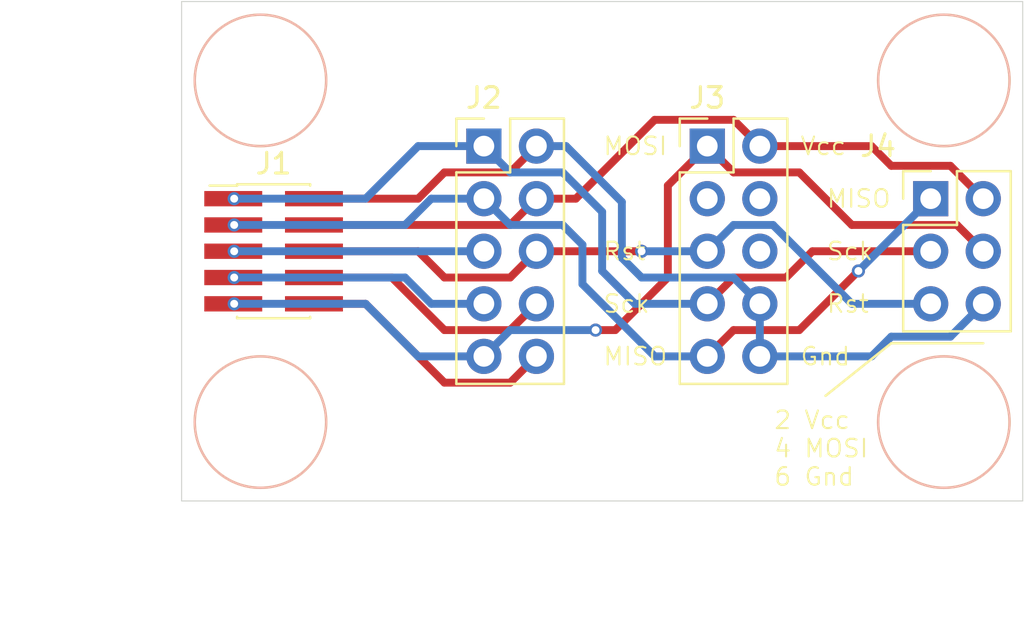
<source format=kicad_pcb>
(kicad_pcb (version 20171130) (host pcbnew "(5.1.5)-3")

  (general
    (thickness 1.6)
    (drawings 21)
    (tracks 97)
    (zones 0)
    (modules 8)
    (nets 11)
  )

  (page A4)
  (layers
    (0 F.Cu signal)
    (31 B.Cu signal)
    (32 B.Adhes user)
    (33 F.Adhes user)
    (34 B.Paste user)
    (35 F.Paste user)
    (36 B.SilkS user)
    (37 F.SilkS user)
    (38 B.Mask user)
    (39 F.Mask user)
    (40 Dwgs.User user)
    (41 Cmts.User user)
    (42 Eco1.User user)
    (43 Eco2.User user)
    (44 Edge.Cuts user)
    (45 Margin user)
    (46 B.CrtYd user)
    (47 F.CrtYd user)
    (48 B.Fab user hide)
    (49 F.Fab user hide)
  )

  (setup
    (last_trace_width 0.25)
    (user_trace_width 0.254)
    (user_trace_width 0.381)
    (trace_clearance 0.2)
    (zone_clearance 0.508)
    (zone_45_only no)
    (trace_min 0.2)
    (via_size 0.8)
    (via_drill 0.4)
    (via_min_size 0.4)
    (via_min_drill 0.3)
    (user_via 0.635 0.381)
    (uvia_size 0.3)
    (uvia_drill 0.1)
    (uvias_allowed no)
    (uvia_min_size 0.2)
    (uvia_min_drill 0.1)
    (edge_width 0.05)
    (segment_width 0.2)
    (pcb_text_width 0.3)
    (pcb_text_size 1.5 1.5)
    (mod_edge_width 0.12)
    (mod_text_size 1 1)
    (mod_text_width 0.15)
    (pad_size 1.524 1.524)
    (pad_drill 0.762)
    (pad_to_mask_clearance 0.051)
    (solder_mask_min_width 0.25)
    (aux_axis_origin 0 0)
    (grid_origin 135.255 102.87)
    (visible_elements 7FFFFFFF)
    (pcbplotparams
      (layerselection 0x010fc_ffffffff)
      (usegerberextensions false)
      (usegerberattributes false)
      (usegerberadvancedattributes false)
      (creategerberjobfile false)
      (excludeedgelayer true)
      (linewidth 0.100000)
      (plotframeref false)
      (viasonmask false)
      (mode 1)
      (useauxorigin false)
      (hpglpennumber 1)
      (hpglpenspeed 20)
      (hpglpendiameter 15.000000)
      (psnegative false)
      (psa4output false)
      (plotreference true)
      (plotvalue true)
      (plotinvisibletext false)
      (padsonsilk false)
      (subtractmaskfromsilk false)
      (outputformat 1)
      (mirror false)
      (drillshape 0)
      (scaleselection 1)
      (outputdirectory ""))
  )

  (net 0 "")
  (net 1 /P10)
  (net 2 /MOSI)
  (net 3 /P8)
  (net 4 /P7)
  (net 5 /Reset)
  (net 6 /P5)
  (net 7 /Vcc)
  (net 8 /MISO)
  (net 9 /Gnd)
  (net 10 /SCK)

  (net_class Default "This is the default net class."
    (clearance 0.2)
    (trace_width 0.25)
    (via_dia 0.8)
    (via_drill 0.4)
    (uvia_dia 0.3)
    (uvia_drill 0.1)
    (add_net /Gnd)
    (add_net /MISO)
    (add_net /MOSI)
    (add_net /P10)
    (add_net /P5)
    (add_net /P7)
    (add_net /P8)
    (add_net /Reset)
    (add_net /SCK)
    (add_net /Vcc)
  )

  (module 0MiscParts:PinHeader_2x05_P1.27mm_Vertical_SMD_Samtec (layer F.Cu) (tedit 5FBA4DF6) (tstamp 5FB99A85)
    (at 139.7 90.805)
    (descr "surface-mounted straight pin header, 2x05, 1.27mm pitch, double rows")
    (tags "Surface mounted pin header SMD 2x05 1.27mm double row")
    (path /5FE7D8EA)
    (attr smd)
    (fp_text reference J1 (at 0 -4.235) (layer F.SilkS)
      (effects (font (size 1 1) (thickness 0.15)))
    )
    (fp_text value Conn_02x05_Odd_Even (at 0 4.235) (layer F.Fab)
      (effects (font (size 1 1) (thickness 0.15)))
    )
    (fp_text user %R (at 0 0 90) (layer F.Fab)
      (effects (font (size 1 1) (thickness 0.15)))
    )
    (fp_line (start 4.3 -3.7) (end -4.3 -3.7) (layer F.CrtYd) (width 0.05))
    (fp_line (start 4.3 3.7) (end 4.3 -3.7) (layer F.CrtYd) (width 0.05))
    (fp_line (start -4.3 3.7) (end 4.3 3.7) (layer F.CrtYd) (width 0.05))
    (fp_line (start -4.3 -3.7) (end -4.3 3.7) (layer F.CrtYd) (width 0.05))
    (fp_line (start 1.765 3.17) (end 1.765 3.235) (layer F.SilkS) (width 0.12))
    (fp_line (start -1.765 3.17) (end -1.765 3.235) (layer F.SilkS) (width 0.12))
    (fp_line (start 1.765 -3.235) (end 1.765 -3.17) (layer F.SilkS) (width 0.12))
    (fp_line (start -1.765 -3.235) (end -1.765 -3.17) (layer F.SilkS) (width 0.12))
    (fp_line (start -3.09 -3.17) (end -1.765 -3.17) (layer F.SilkS) (width 0.12))
    (fp_line (start -1.765 3.235) (end 1.765 3.235) (layer F.SilkS) (width 0.12))
    (fp_line (start -1.765 -3.235) (end 1.765 -3.235) (layer F.SilkS) (width 0.12))
    (fp_line (start 2.75 2.74) (end 1.705 2.74) (layer F.Fab) (width 0.1))
    (fp_line (start 2.75 2.34) (end 2.75 2.74) (layer F.Fab) (width 0.1))
    (fp_line (start 1.705 2.34) (end 2.75 2.34) (layer F.Fab) (width 0.1))
    (fp_line (start -2.75 2.74) (end -1.705 2.74) (layer F.Fab) (width 0.1))
    (fp_line (start -2.75 2.34) (end -2.75 2.74) (layer F.Fab) (width 0.1))
    (fp_line (start -1.705 2.34) (end -2.75 2.34) (layer F.Fab) (width 0.1))
    (fp_line (start 2.75 1.47) (end 1.705 1.47) (layer F.Fab) (width 0.1))
    (fp_line (start 2.75 1.07) (end 2.75 1.47) (layer F.Fab) (width 0.1))
    (fp_line (start 1.705 1.07) (end 2.75 1.07) (layer F.Fab) (width 0.1))
    (fp_line (start -2.75 1.47) (end -1.705 1.47) (layer F.Fab) (width 0.1))
    (fp_line (start -2.75 1.07) (end -2.75 1.47) (layer F.Fab) (width 0.1))
    (fp_line (start -1.705 1.07) (end -2.75 1.07) (layer F.Fab) (width 0.1))
    (fp_line (start 2.75 0.2) (end 1.705 0.2) (layer F.Fab) (width 0.1))
    (fp_line (start 2.75 -0.2) (end 2.75 0.2) (layer F.Fab) (width 0.1))
    (fp_line (start 1.705 -0.2) (end 2.75 -0.2) (layer F.Fab) (width 0.1))
    (fp_line (start -2.75 0.2) (end -1.705 0.2) (layer F.Fab) (width 0.1))
    (fp_line (start -2.75 -0.2) (end -2.75 0.2) (layer F.Fab) (width 0.1))
    (fp_line (start -1.705 -0.2) (end -2.75 -0.2) (layer F.Fab) (width 0.1))
    (fp_line (start 2.75 -1.07) (end 1.705 -1.07) (layer F.Fab) (width 0.1))
    (fp_line (start 2.75 -1.47) (end 2.75 -1.07) (layer F.Fab) (width 0.1))
    (fp_line (start 1.705 -1.47) (end 2.75 -1.47) (layer F.Fab) (width 0.1))
    (fp_line (start -2.75 -1.07) (end -1.705 -1.07) (layer F.Fab) (width 0.1))
    (fp_line (start -2.75 -1.47) (end -2.75 -1.07) (layer F.Fab) (width 0.1))
    (fp_line (start -1.705 -1.47) (end -2.75 -1.47) (layer F.Fab) (width 0.1))
    (fp_line (start 2.75 -2.34) (end 1.705 -2.34) (layer F.Fab) (width 0.1))
    (fp_line (start 2.75 -2.74) (end 2.75 -2.34) (layer F.Fab) (width 0.1))
    (fp_line (start 1.705 -2.74) (end 2.75 -2.74) (layer F.Fab) (width 0.1))
    (fp_line (start -2.75 -2.34) (end -1.705 -2.34) (layer F.Fab) (width 0.1))
    (fp_line (start -2.75 -2.74) (end -2.75 -2.34) (layer F.Fab) (width 0.1))
    (fp_line (start -1.705 -2.74) (end -2.75 -2.74) (layer F.Fab) (width 0.1))
    (fp_line (start 1.705 -3.175) (end 1.705 3.175) (layer F.Fab) (width 0.1))
    (fp_line (start -1.705 -2.74) (end -1.27 -3.175) (layer F.Fab) (width 0.1))
    (fp_line (start -1.705 3.175) (end -1.705 -2.74) (layer F.Fab) (width 0.1))
    (fp_line (start -1.27 -3.175) (end 1.705 -3.175) (layer F.Fab) (width 0.1))
    (fp_line (start 1.705 3.175) (end -1.705 3.175) (layer F.Fab) (width 0.1))
    (pad 10 smd rect (at 1.95 2.54) (size 2.8 0.74) (layers F.Cu F.Paste F.Mask)
      (net 1 /P10))
    (pad 9 smd rect (at -1.95 2.54) (size 2.8 0.74) (layers F.Cu F.Paste F.Mask)
      (net 2 /MOSI))
    (pad 8 smd rect (at 1.95 1.27) (size 2.8 0.74) (layers F.Cu F.Paste F.Mask)
      (net 3 /P8))
    (pad 7 smd rect (at -1.95 1.27) (size 2.8 0.74) (layers F.Cu F.Paste F.Mask)
      (net 4 /P7))
    (pad 6 smd rect (at 1.95 0) (size 2.8 0.74) (layers F.Cu F.Paste F.Mask)
      (net 5 /Reset))
    (pad 5 smd rect (at -1.95 0) (size 2.8 0.74) (layers F.Cu F.Paste F.Mask)
      (net 6 /P5))
    (pad 4 smd rect (at 1.95 -1.27) (size 2.8 0.74) (layers F.Cu F.Paste F.Mask)
      (net 7 /Vcc))
    (pad 3 smd rect (at -1.95 -1.27) (size 2.8 0.74) (layers F.Cu F.Paste F.Mask)
      (net 8 /MISO))
    (pad 2 smd rect (at 1.95 -2.54) (size 2.8 0.74) (layers F.Cu F.Paste F.Mask)
      (net 9 /Gnd))
    (pad 1 smd rect (at -1.95 -2.54) (size 2.8 0.74) (layers F.Cu F.Paste F.Mask)
      (net 10 /SCK))
    (model ${KISYS3DMOD}/Connector_PinHeader_1.27mm.3dshapes/PinHeader_2x05_P1.27mm_Vertical_SMD.wrl
      (at (xyz 0 0 0))
      (scale (xyz 1 1 1))
      (rotate (xyz 0 0 0))
    )
  )

  (module "0MiscParts:MountingHole _1-8_1-4" (layer F.Cu) (tedit 5E4292CA) (tstamp 5FB9A16E)
    (at 172.085 82.55)
    (path /5FE929D1)
    (fp_text reference H4 (at 0 2.032) (layer F.Fab)
      (effects (font (size 1 1) (thickness 0.15)))
    )
    (fp_text value MountingHole (at 0 -2.032) (layer F.Fab)
      (effects (font (size 1 1) (thickness 0.15)))
    )
    (fp_circle (center 0 0) (end 3.175 0) (layer B.SilkS) (width 0.12))
    (fp_circle (center 0 0) (end 3.175 0) (layer F.SilkS) (width 0.12))
    (pad "" np_thru_hole circle (at 0 0) (size 3.175 3.175) (drill 3.175) (layers *.Cu *.Mask))
  )

  (module "0MiscParts:MountingHole _1-8_1-4" (layer F.Cu) (tedit 5E4292CA) (tstamp 5FB9A167)
    (at 172.085 99.06)
    (path /5FE9273C)
    (fp_text reference H3 (at 0 2.032) (layer F.Fab)
      (effects (font (size 1 1) (thickness 0.15)))
    )
    (fp_text value MountingHole (at 0 -2.032) (layer F.Fab)
      (effects (font (size 1 1) (thickness 0.15)))
    )
    (fp_circle (center 0 0) (end 3.175 0) (layer B.SilkS) (width 0.12))
    (fp_circle (center 0 0) (end 3.175 0) (layer F.SilkS) (width 0.12))
    (pad "" np_thru_hole circle (at 0 0) (size 3.175 3.175) (drill 3.175) (layers *.Cu *.Mask))
  )

  (module Connector_PinHeader_2.54mm:PinHeader_2x03_P2.54mm_Vertical (layer F.Cu) (tedit 59FED5CC) (tstamp 5FB9992E)
    (at 171.45 88.265)
    (descr "Through hole straight pin header, 2x03, 2.54mm pitch, double rows")
    (tags "Through hole pin header THT 2x03 2.54mm double row")
    (path /5FE8127F)
    (fp_text reference J4 (at -2.54 -2.54) (layer F.SilkS)
      (effects (font (size 1 1) (thickness 0.15)))
    )
    (fp_text value Conn_02x03_Odd_Even (at 1.27 7.41) (layer F.Fab)
      (effects (font (size 1 1) (thickness 0.15)))
    )
    (fp_text user %R (at 1.27 2.54 90) (layer F.Fab)
      (effects (font (size 1 1) (thickness 0.15)))
    )
    (fp_line (start 4.35 -1.8) (end -1.8 -1.8) (layer F.CrtYd) (width 0.05))
    (fp_line (start 4.35 6.85) (end 4.35 -1.8) (layer F.CrtYd) (width 0.05))
    (fp_line (start -1.8 6.85) (end 4.35 6.85) (layer F.CrtYd) (width 0.05))
    (fp_line (start -1.8 -1.8) (end -1.8 6.85) (layer F.CrtYd) (width 0.05))
    (fp_line (start -1.33 -1.33) (end 0 -1.33) (layer F.SilkS) (width 0.12))
    (fp_line (start -1.33 0) (end -1.33 -1.33) (layer F.SilkS) (width 0.12))
    (fp_line (start 1.27 -1.33) (end 3.87 -1.33) (layer F.SilkS) (width 0.12))
    (fp_line (start 1.27 1.27) (end 1.27 -1.33) (layer F.SilkS) (width 0.12))
    (fp_line (start -1.33 1.27) (end 1.27 1.27) (layer F.SilkS) (width 0.12))
    (fp_line (start 3.87 -1.33) (end 3.87 6.41) (layer F.SilkS) (width 0.12))
    (fp_line (start -1.33 1.27) (end -1.33 6.41) (layer F.SilkS) (width 0.12))
    (fp_line (start -1.33 6.41) (end 3.87 6.41) (layer F.SilkS) (width 0.12))
    (fp_line (start -1.27 0) (end 0 -1.27) (layer F.Fab) (width 0.1))
    (fp_line (start -1.27 6.35) (end -1.27 0) (layer F.Fab) (width 0.1))
    (fp_line (start 3.81 6.35) (end -1.27 6.35) (layer F.Fab) (width 0.1))
    (fp_line (start 3.81 -1.27) (end 3.81 6.35) (layer F.Fab) (width 0.1))
    (fp_line (start 0 -1.27) (end 3.81 -1.27) (layer F.Fab) (width 0.1))
    (pad 6 thru_hole oval (at 2.54 5.08) (size 1.7 1.7) (drill 1) (layers *.Cu *.Mask)
      (net 9 /Gnd))
    (pad 5 thru_hole oval (at 0 5.08) (size 1.7 1.7) (drill 1) (layers *.Cu *.Mask)
      (net 5 /Reset))
    (pad 4 thru_hole oval (at 2.54 2.54) (size 1.7 1.7) (drill 1) (layers *.Cu *.Mask)
      (net 2 /MOSI))
    (pad 3 thru_hole oval (at 0 2.54) (size 1.7 1.7) (drill 1) (layers *.Cu *.Mask)
      (net 10 /SCK))
    (pad 2 thru_hole oval (at 2.54 0) (size 1.7 1.7) (drill 1) (layers *.Cu *.Mask)
      (net 7 /Vcc))
    (pad 1 thru_hole rect (at 0 0) (size 1.7 1.7) (drill 1) (layers *.Cu *.Mask)
      (net 8 /MISO))
    (model ${KISYS3DMOD}/Connector_PinHeader_2.54mm.3dshapes/PinHeader_2x03_P2.54mm_Vertical.wrl
      (at (xyz 0 0 0))
      (scale (xyz 1 1 1))
      (rotate (xyz 0 0 0))
    )
  )

  (module Connector_PinHeader_2.54mm:PinHeader_2x05_P2.54mm_Vertical (layer F.Cu) (tedit 59FED5CC) (tstamp 5FB99912)
    (at 160.655 85.725)
    (descr "Through hole straight pin header, 2x05, 2.54mm pitch, double rows")
    (tags "Through hole pin header THT 2x05 2.54mm double row")
    (path /5FE804D3)
    (fp_text reference J3 (at 0 -2.33) (layer F.SilkS)
      (effects (font (size 1 1) (thickness 0.15)))
    )
    (fp_text value Conn_02x05_Odd_Even (at 1.27 12.49) (layer F.Fab)
      (effects (font (size 1 1) (thickness 0.15)))
    )
    (fp_text user %R (at 1.27 5.08 90) (layer F.Fab)
      (effects (font (size 1 1) (thickness 0.15)))
    )
    (fp_line (start 4.35 -1.8) (end -1.8 -1.8) (layer F.CrtYd) (width 0.05))
    (fp_line (start 4.35 11.95) (end 4.35 -1.8) (layer F.CrtYd) (width 0.05))
    (fp_line (start -1.8 11.95) (end 4.35 11.95) (layer F.CrtYd) (width 0.05))
    (fp_line (start -1.8 -1.8) (end -1.8 11.95) (layer F.CrtYd) (width 0.05))
    (fp_line (start -1.33 -1.33) (end 0 -1.33) (layer F.SilkS) (width 0.12))
    (fp_line (start -1.33 0) (end -1.33 -1.33) (layer F.SilkS) (width 0.12))
    (fp_line (start 1.27 -1.33) (end 3.87 -1.33) (layer F.SilkS) (width 0.12))
    (fp_line (start 1.27 1.27) (end 1.27 -1.33) (layer F.SilkS) (width 0.12))
    (fp_line (start -1.33 1.27) (end 1.27 1.27) (layer F.SilkS) (width 0.12))
    (fp_line (start 3.87 -1.33) (end 3.87 11.49) (layer F.SilkS) (width 0.12))
    (fp_line (start -1.33 1.27) (end -1.33 11.49) (layer F.SilkS) (width 0.12))
    (fp_line (start -1.33 11.49) (end 3.87 11.49) (layer F.SilkS) (width 0.12))
    (fp_line (start -1.27 0) (end 0 -1.27) (layer F.Fab) (width 0.1))
    (fp_line (start -1.27 11.43) (end -1.27 0) (layer F.Fab) (width 0.1))
    (fp_line (start 3.81 11.43) (end -1.27 11.43) (layer F.Fab) (width 0.1))
    (fp_line (start 3.81 -1.27) (end 3.81 11.43) (layer F.Fab) (width 0.1))
    (fp_line (start 0 -1.27) (end 3.81 -1.27) (layer F.Fab) (width 0.1))
    (pad 10 thru_hole oval (at 2.54 10.16) (size 1.7 1.7) (drill 1) (layers *.Cu *.Mask)
      (net 9 /Gnd))
    (pad 9 thru_hole oval (at 0 10.16) (size 1.7 1.7) (drill 1) (layers *.Cu *.Mask)
      (net 8 /MISO))
    (pad 8 thru_hole oval (at 2.54 7.62) (size 1.7 1.7) (drill 1) (layers *.Cu *.Mask)
      (net 9 /Gnd))
    (pad 7 thru_hole oval (at 0 7.62) (size 1.7 1.7) (drill 1) (layers *.Cu *.Mask)
      (net 10 /SCK))
    (pad 6 thru_hole oval (at 2.54 5.08) (size 1.7 1.7) (drill 1) (layers *.Cu *.Mask))
    (pad 5 thru_hole oval (at 0 5.08) (size 1.7 1.7) (drill 1) (layers *.Cu *.Mask)
      (net 5 /Reset))
    (pad 4 thru_hole oval (at 2.54 2.54) (size 1.7 1.7) (drill 1) (layers *.Cu *.Mask))
    (pad 3 thru_hole oval (at 0 2.54) (size 1.7 1.7) (drill 1) (layers *.Cu *.Mask))
    (pad 2 thru_hole oval (at 2.54 0) (size 1.7 1.7) (drill 1) (layers *.Cu *.Mask)
      (net 7 /Vcc))
    (pad 1 thru_hole rect (at 0 0) (size 1.7 1.7) (drill 1) (layers *.Cu *.Mask)
      (net 2 /MOSI))
    (model ${KISYS3DMOD}/Connector_PinHeader_2.54mm.3dshapes/PinHeader_2x05_P2.54mm_Vertical.wrl
      (at (xyz 0 0 0))
      (scale (xyz 1 1 1))
      (rotate (xyz 0 0 0))
    )
  )

  (module Connector_PinHeader_2.54mm:PinHeader_2x05_P2.54mm_Vertical (layer F.Cu) (tedit 59FED5CC) (tstamp 5FB998F2)
    (at 149.86 85.725)
    (descr "Through hole straight pin header, 2x05, 2.54mm pitch, double rows")
    (tags "Through hole pin header THT 2x05 2.54mm double row")
    (path /5FE7EDEC)
    (fp_text reference J2 (at 0 -2.33) (layer F.SilkS)
      (effects (font (size 1 1) (thickness 0.15)))
    )
    (fp_text value Conn_02x05_Odd_Even (at 1.27 12.49) (layer F.Fab)
      (effects (font (size 1 1) (thickness 0.15)))
    )
    (fp_text user %R (at 1.27 5.08 90) (layer F.Fab)
      (effects (font (size 1 1) (thickness 0.15)))
    )
    (fp_line (start 4.35 -1.8) (end -1.8 -1.8) (layer F.CrtYd) (width 0.05))
    (fp_line (start 4.35 11.95) (end 4.35 -1.8) (layer F.CrtYd) (width 0.05))
    (fp_line (start -1.8 11.95) (end 4.35 11.95) (layer F.CrtYd) (width 0.05))
    (fp_line (start -1.8 -1.8) (end -1.8 11.95) (layer F.CrtYd) (width 0.05))
    (fp_line (start -1.33 -1.33) (end 0 -1.33) (layer F.SilkS) (width 0.12))
    (fp_line (start -1.33 0) (end -1.33 -1.33) (layer F.SilkS) (width 0.12))
    (fp_line (start 1.27 -1.33) (end 3.87 -1.33) (layer F.SilkS) (width 0.12))
    (fp_line (start 1.27 1.27) (end 1.27 -1.33) (layer F.SilkS) (width 0.12))
    (fp_line (start -1.33 1.27) (end 1.27 1.27) (layer F.SilkS) (width 0.12))
    (fp_line (start 3.87 -1.33) (end 3.87 11.49) (layer F.SilkS) (width 0.12))
    (fp_line (start -1.33 1.27) (end -1.33 11.49) (layer F.SilkS) (width 0.12))
    (fp_line (start -1.33 11.49) (end 3.87 11.49) (layer F.SilkS) (width 0.12))
    (fp_line (start -1.27 0) (end 0 -1.27) (layer F.Fab) (width 0.1))
    (fp_line (start -1.27 11.43) (end -1.27 0) (layer F.Fab) (width 0.1))
    (fp_line (start 3.81 11.43) (end -1.27 11.43) (layer F.Fab) (width 0.1))
    (fp_line (start 3.81 -1.27) (end 3.81 11.43) (layer F.Fab) (width 0.1))
    (fp_line (start 0 -1.27) (end 3.81 -1.27) (layer F.Fab) (width 0.1))
    (pad 10 thru_hole oval (at 2.54 10.16) (size 1.7 1.7) (drill 1) (layers *.Cu *.Mask)
      (net 1 /P10))
    (pad 9 thru_hole oval (at 0 10.16) (size 1.7 1.7) (drill 1) (layers *.Cu *.Mask)
      (net 2 /MOSI))
    (pad 8 thru_hole oval (at 2.54 7.62) (size 1.7 1.7) (drill 1) (layers *.Cu *.Mask)
      (net 3 /P8))
    (pad 7 thru_hole oval (at 0 7.62) (size 1.7 1.7) (drill 1) (layers *.Cu *.Mask)
      (net 4 /P7))
    (pad 6 thru_hole oval (at 2.54 5.08) (size 1.7 1.7) (drill 1) (layers *.Cu *.Mask)
      (net 5 /Reset))
    (pad 5 thru_hole oval (at 0 5.08) (size 1.7 1.7) (drill 1) (layers *.Cu *.Mask)
      (net 6 /P5))
    (pad 4 thru_hole oval (at 2.54 2.54) (size 1.7 1.7) (drill 1) (layers *.Cu *.Mask)
      (net 7 /Vcc))
    (pad 3 thru_hole oval (at 0 2.54) (size 1.7 1.7) (drill 1) (layers *.Cu *.Mask)
      (net 8 /MISO))
    (pad 2 thru_hole oval (at 2.54 0) (size 1.7 1.7) (drill 1) (layers *.Cu *.Mask)
      (net 9 /Gnd))
    (pad 1 thru_hole rect (at 0 0) (size 1.7 1.7) (drill 1) (layers *.Cu *.Mask)
      (net 10 /SCK))
    (model ${KISYS3DMOD}/Connector_PinHeader_2.54mm.3dshapes/PinHeader_2x05_P2.54mm_Vertical.wrl
      (at (xyz 0 0 0))
      (scale (xyz 1 1 1))
      (rotate (xyz 0 0 0))
    )
  )

  (module "0MiscParts:MountingHole _1-8_1-4" (layer F.Cu) (tedit 5E4292CA) (tstamp 5FB99895)
    (at 139.065 82.55)
    (path /5FE81D48)
    (fp_text reference H2 (at 0 2.032) (layer F.Fab)
      (effects (font (size 1 1) (thickness 0.15)))
    )
    (fp_text value MountingHole (at 0 -2.032) (layer F.Fab)
      (effects (font (size 1 1) (thickness 0.15)))
    )
    (fp_circle (center 0 0) (end 3.175 0) (layer B.SilkS) (width 0.12))
    (fp_circle (center 0 0) (end 3.175 0) (layer F.SilkS) (width 0.12))
    (pad "" np_thru_hole circle (at 0 0) (size 3.175 3.175) (drill 3.175) (layers *.Cu *.Mask))
  )

  (module "0MiscParts:MountingHole _1-8_1-4" (layer F.Cu) (tedit 5E4292CA) (tstamp 5FB9988E)
    (at 139.065 99.06)
    (path /5FE8195F)
    (fp_text reference H1 (at 0 2.032) (layer F.Fab)
      (effects (font (size 1 1) (thickness 0.15)))
    )
    (fp_text value MountingHole (at 0 -2.032) (layer F.Fab)
      (effects (font (size 1 1) (thickness 0.15)))
    )
    (fp_circle (center 0 0) (end 3.175 0) (layer B.SilkS) (width 0.12))
    (fp_circle (center 0 0) (end 3.175 0) (layer F.SilkS) (width 0.12))
    (pad "" np_thru_hole circle (at 0 0) (size 3.175 3.175) (drill 3.175) (layers *.Cu *.Mask))
  )

  (gr_line (start 169.545 95.25) (end 173.99 95.25) (layer F.SilkS) (width 0.12))
  (gr_line (start 166.37 97.79) (end 169.545 95.25) (layer F.SilkS) (width 0.12))
  (gr_text "2 Vcc\n4 MOSI\n6 Gnd" (at 163.83 100.33) (layer F.SilkS) (tstamp 5FB9A486)
    (effects (font (size 0.85 0.85) (thickness 0.1)) (justify left))
  )
  (gr_text Rst (at 166.37 93.345) (layer F.SilkS) (tstamp 5FB9A483)
    (effects (font (size 0.85 0.85) (thickness 0.1)) (justify left))
  )
  (gr_text Sck (at 166.37 90.805) (layer F.SilkS) (tstamp 5FB9A463)
    (effects (font (size 0.85 0.85) (thickness 0.1)) (justify left))
  )
  (gr_text MISO (at 166.37 88.265) (layer F.SilkS) (tstamp 5FB9A460)
    (effects (font (size 0.85 0.85) (thickness 0.1)) (justify left))
  )
  (gr_text Gnd (at 165.1 95.885) (layer F.SilkS) (tstamp 5FB9A426)
    (effects (font (size 0.85 0.85) (thickness 0.1)) (justify left))
  )
  (gr_text Vcc (at 165.1 85.725) (layer F.SilkS) (tstamp 5FB9A426)
    (effects (font (size 0.85 0.85) (thickness 0.1)) (justify left))
  )
  (gr_text Rst (at 155.575 90.805) (layer F.SilkS) (tstamp 5FB9A426)
    (effects (font (size 0.85 0.85) (thickness 0.1)) (justify left))
  )
  (gr_text MISO (at 155.575 95.885) (layer F.SilkS) (tstamp 5FB9A426)
    (effects (font (size 0.85 0.85) (thickness 0.1)) (justify left))
  )
  (gr_text Sck (at 155.575 93.345) (layer F.SilkS) (tstamp 5FB9A426)
    (effects (font (size 0.85 0.85) (thickness 0.1)) (justify left))
  )
  (gr_text MOSI (at 155.575 85.725) (layer F.SilkS)
    (effects (font (size 0.85 0.85) (thickness 0.1)) (justify left))
  )
  (dimension 24.13 (width 0.15) (layer Dwgs.User)
    (gr_text "0.9500 in" (at 130.145 90.805 90) (layer Dwgs.User)
      (effects (font (size 1 1) (thickness 0.15)))
    )
    (feature1 (pts (xy 135.255 78.74) (xy 130.858579 78.74)))
    (feature2 (pts (xy 135.255 102.87) (xy 130.858579 102.87)))
    (crossbar (pts (xy 131.445 102.87) (xy 131.445 78.74)))
    (arrow1a (pts (xy 131.445 78.74) (xy 132.031421 79.866504)))
    (arrow1b (pts (xy 131.445 78.74) (xy 130.858579 79.866504)))
    (arrow2a (pts (xy 131.445 102.87) (xy 132.031421 101.743496)))
    (arrow2b (pts (xy 131.445 102.87) (xy 130.858579 101.743496)))
  )
  (dimension 40.64 (width 0.15) (layer Dwgs.User)
    (gr_text "1.6000 in" (at 155.575 109.25) (layer Dwgs.User)
      (effects (font (size 1 1) (thickness 0.15)))
    )
    (feature1 (pts (xy 175.895 102.87) (xy 175.895 108.536421)))
    (feature2 (pts (xy 135.255 102.87) (xy 135.255 108.536421)))
    (crossbar (pts (xy 135.255 107.95) (xy 175.895 107.95)))
    (arrow1a (pts (xy 175.895 107.95) (xy 174.768496 108.536421)))
    (arrow1b (pts (xy 175.895 107.95) (xy 174.768496 107.363579)))
    (arrow2a (pts (xy 135.255 107.95) (xy 136.381504 108.536421)))
    (arrow2b (pts (xy 135.255 107.95) (xy 136.381504 107.363579)))
  )
  (gr_line (start 175.895 78.74) (end 175.895 102.87) (layer Edge.Cuts) (width 0.05))
  (gr_line (start 135.255 78.74) (end 175.895 78.74) (layer Edge.Cuts) (width 0.05))
  (dimension 8.255 (width 0.15) (layer Dwgs.User)
    (gr_text "0.3250 in" (at 167.3225 106.075) (layer Dwgs.User)
      (effects (font (size 1 1) (thickness 0.15)))
    )
    (feature1 (pts (xy 171.45 102.87) (xy 171.45 105.361421)))
    (feature2 (pts (xy 163.195 102.87) (xy 163.195 105.361421)))
    (crossbar (pts (xy 163.195 104.775) (xy 171.45 104.775)))
    (arrow1a (pts (xy 171.45 104.775) (xy 170.323496 105.361421)))
    (arrow1b (pts (xy 171.45 104.775) (xy 170.323496 104.188579)))
    (arrow2a (pts (xy 163.195 104.775) (xy 164.321504 105.361421)))
    (arrow2b (pts (xy 163.195 104.775) (xy 164.321504 104.188579)))
  )
  (dimension 8.255 (width 0.15) (layer Dwgs.User)
    (gr_text "0.3250 in" (at 156.5275 106.075) (layer Dwgs.User)
      (effects (font (size 1 1) (thickness 0.15)))
    )
    (feature1 (pts (xy 160.655 102.87) (xy 160.655 105.361421)))
    (feature2 (pts (xy 152.4 102.87) (xy 152.4 105.361421)))
    (crossbar (pts (xy 152.4 104.775) (xy 160.655 104.775)))
    (arrow1a (pts (xy 160.655 104.775) (xy 159.528496 105.361421)))
    (arrow1b (pts (xy 160.655 104.775) (xy 159.528496 104.188579)))
    (arrow2a (pts (xy 152.4 104.775) (xy 153.526504 105.361421)))
    (arrow2b (pts (xy 152.4 104.775) (xy 153.526504 104.188579)))
  )
  (dimension 8.255 (width 0.15) (layer Dwgs.User)
    (gr_text "0.3250 in" (at 145.7325 106.075) (layer Dwgs.User)
      (effects (font (size 1 1) (thickness 0.15)))
    )
    (feature1 (pts (xy 149.86 102.87) (xy 149.86 105.361421)))
    (feature2 (pts (xy 141.605 102.87) (xy 141.605 105.361421)))
    (crossbar (pts (xy 141.605 104.775) (xy 149.86 104.775)))
    (arrow1a (pts (xy 149.86 104.775) (xy 148.733496 105.361421)))
    (arrow1b (pts (xy 149.86 104.775) (xy 148.733496 104.188579)))
    (arrow2a (pts (xy 141.605 104.775) (xy 142.731504 105.361421)))
    (arrow2b (pts (xy 141.605 104.775) (xy 142.731504 104.188579)))
  )
  (gr_line (start 135.255 102.87) (end 135.255 78.74) (layer Edge.Cuts) (width 0.05))
  (gr_line (start 135.255 102.87) (end 175.895 102.87) (layer Edge.Cuts) (width 0.05))

  (segment (start 141.65 93.345) (end 144.145 93.345) (width 0.381) (layer F.Cu) (net 1))
  (segment (start 144.145 93.345) (end 147.955 97.155) (width 0.381) (layer F.Cu) (net 1))
  (segment (start 151.13 97.155) (end 152.4 95.885) (width 0.381) (layer F.Cu) (net 1))
  (segment (start 147.955 97.155) (end 151.13 97.155) (width 0.381) (layer F.Cu) (net 1))
  (via (at 137.795 93.345) (size 0.635) (drill 0.381) (layers F.Cu B.Cu) (net 2))
  (segment (start 160.655 85.725) (end 161.925 86.995) (width 0.381) (layer F.Cu) (net 2))
  (segment (start 161.925 86.995) (end 165.1 86.995) (width 0.381) (layer F.Cu) (net 2))
  (segment (start 165.1 86.995) (end 167.64 89.535) (width 0.381) (layer F.Cu) (net 2))
  (segment (start 167.64 89.535) (end 172.72 89.535) (width 0.381) (layer F.Cu) (net 2))
  (segment (start 172.72 89.535) (end 173.99 90.805) (width 0.381) (layer F.Cu) (net 2))
  (segment (start 146.685 95.885) (end 149.86 95.885) (width 0.381) (layer B.Cu) (net 2))
  (segment (start 137.795 93.345) (end 144.145 93.345) (width 0.381) (layer B.Cu) (net 2))
  (segment (start 144.145 93.345) (end 146.685 95.885) (width 0.381) (layer B.Cu) (net 2))
  (segment (start 158.75 92.075) (end 158.75 87.63) (width 0.381) (layer F.Cu) (net 2))
  (segment (start 155.2575 94.615) (end 155.2575 94.615) (width 0.381) (layer F.Cu) (net 2))
  (segment (start 158.75 87.63) (end 160.655 85.725) (width 0.381) (layer F.Cu) (net 2))
  (segment (start 156.21 94.615) (end 158.75 92.075) (width 0.381) (layer F.Cu) (net 2))
  (segment (start 155.2575 94.615) (end 156.21 94.615) (width 0.381) (layer F.Cu) (net 2) (tstamp 5FB9A358))
  (via (at 155.2575 94.615) (size 0.635) (drill 0.381) (layers F.Cu B.Cu) (net 2))
  (segment (start 149.86 95.885) (end 151.13 94.615) (width 0.381) (layer B.Cu) (net 2))
  (segment (start 151.13 94.615) (end 155.2575 94.615) (width 0.381) (layer B.Cu) (net 2))
  (segment (start 151.765 93.98) (end 152.4 93.345) (width 0.381) (layer F.Cu) (net 3))
  (segment (start 151.13 94.615) (end 151.765 93.98) (width 0.381) (layer F.Cu) (net 3))
  (segment (start 141.65 92.075) (end 145.415 92.075) (width 0.381) (layer F.Cu) (net 3))
  (segment (start 147.955 94.615) (end 151.13 94.615) (width 0.381) (layer F.Cu) (net 3))
  (segment (start 145.415 92.075) (end 147.955 94.615) (width 0.381) (layer F.Cu) (net 3))
  (via (at 137.795 92.075) (size 0.635) (drill 0.381) (layers F.Cu B.Cu) (net 4))
  (segment (start 137.795 92.075) (end 146.05 92.075) (width 0.381) (layer B.Cu) (net 4))
  (segment (start 147.32 93.345) (end 149.86 93.345) (width 0.381) (layer B.Cu) (net 4))
  (segment (start 146.05 92.075) (end 147.32 93.345) (width 0.381) (layer B.Cu) (net 4))
  (via (at 157.48 90.805) (size 0.635) (drill 0.381) (layers F.Cu B.Cu) (net 5))
  (segment (start 160.655 90.805) (end 157.48 90.805) (width 0.381) (layer B.Cu) (net 5))
  (segment (start 152.4 90.805) (end 157.48 90.805) (width 0.381) (layer F.Cu) (net 5))
  (segment (start 151.13 92.075) (end 152.4 90.805) (width 0.381) (layer F.Cu) (net 5))
  (segment (start 147.955 92.075) (end 151.13 92.075) (width 0.381) (layer F.Cu) (net 5))
  (segment (start 141.65 90.805) (end 146.685 90.805) (width 0.381) (layer F.Cu) (net 5))
  (segment (start 146.685 90.805) (end 147.955 92.075) (width 0.381) (layer F.Cu) (net 5))
  (segment (start 167.64 93.345) (end 171.45 93.345) (width 0.381) (layer B.Cu) (net 5))
  (segment (start 163.83 89.535) (end 167.64 93.345) (width 0.381) (layer B.Cu) (net 5))
  (segment (start 160.655 90.805) (end 161.925 89.535) (width 0.381) (layer B.Cu) (net 5))
  (segment (start 161.925 89.535) (end 163.83 89.535) (width 0.381) (layer B.Cu) (net 5))
  (via (at 137.795 90.805) (size 0.635) (drill 0.381) (layers F.Cu B.Cu) (net 6))
  (segment (start 137.795 90.805) (end 149.86 90.805) (width 0.381) (layer B.Cu) (net 6))
  (segment (start 141.65 89.535) (end 151.13 89.535) (width 0.381) (layer F.Cu) (net 7))
  (segment (start 151.13 89.535) (end 152.4 88.265) (width 0.381) (layer F.Cu) (net 7))
  (segment (start 152.4 88.265) (end 154.305 88.265) (width 0.381) (layer F.Cu) (net 7))
  (segment (start 154.305 88.265) (end 158.115 84.455) (width 0.381) (layer F.Cu) (net 7))
  (segment (start 161.925 84.455) (end 163.195 85.725) (width 0.381) (layer F.Cu) (net 7))
  (segment (start 158.115 84.455) (end 161.925 84.455) (width 0.381) (layer F.Cu) (net 7))
  (segment (start 169.545 86.6775) (end 172.4025 86.6775) (width 0.381) (layer F.Cu) (net 7))
  (segment (start 172.4025 86.6775) (end 173.99 88.265) (width 0.381) (layer F.Cu) (net 7))
  (segment (start 163.195 85.725) (end 168.5925 85.725) (width 0.381) (layer F.Cu) (net 7))
  (segment (start 168.5925 85.725) (end 169.545 86.6775) (width 0.381) (layer F.Cu) (net 7))
  (via (at 137.795 89.535) (size 0.635) (drill 0.381) (layers F.Cu B.Cu) (net 8))
  (segment (start 137.795 89.535) (end 146.05 89.535) (width 0.381) (layer B.Cu) (net 8))
  (segment (start 147.32 88.265) (end 149.86 88.265) (width 0.381) (layer B.Cu) (net 8))
  (segment (start 146.05 89.535) (end 147.32 88.265) (width 0.381) (layer B.Cu) (net 8))
  (segment (start 158.115 95.885) (end 160.655 95.885) (width 0.381) (layer B.Cu) (net 8))
  (segment (start 151.13 89.535) (end 153.67 89.535) (width 0.381) (layer B.Cu) (net 8))
  (segment (start 149.86 88.265) (end 151.13 89.535) (width 0.381) (layer B.Cu) (net 8))
  (segment (start 154.6225 92.3925) (end 158.115 95.885) (width 0.381) (layer B.Cu) (net 8))
  (segment (start 153.67 89.535) (end 154.6225 90.4875) (width 0.381) (layer B.Cu) (net 8))
  (segment (start 154.6225 90.4875) (end 154.6225 92.3925) (width 0.381) (layer B.Cu) (net 8))
  (segment (start 161.925 94.615) (end 160.655 95.885) (width 0.381) (layer F.Cu) (net 8))
  (segment (start 171.45 88.265) (end 167.9575 91.7575) (width 0.381) (layer B.Cu) (net 8))
  (segment (start 165.1 94.615) (end 161.925 94.615) (width 0.381) (layer F.Cu) (net 8))
  (via (at 167.9575 91.7575) (size 0.635) (drill 0.381) (layers F.Cu B.Cu) (net 8))
  (segment (start 167.9575 91.7575) (end 165.1 94.615) (width 0.381) (layer F.Cu) (net 8))
  (segment (start 141.65 88.265) (end 146.685 88.265) (width 0.381) (layer F.Cu) (net 9))
  (segment (start 146.685 88.265) (end 147.955 86.995) (width 0.381) (layer F.Cu) (net 9))
  (segment (start 151.13 86.995) (end 152.4 85.725) (width 0.381) (layer F.Cu) (net 9))
  (segment (start 147.955 86.995) (end 151.13 86.995) (width 0.381) (layer F.Cu) (net 9))
  (segment (start 163.195 93.345) (end 163.195 95.885) (width 0.381) (layer B.Cu) (net 9))
  (segment (start 172.4025 94.9325) (end 173.99 93.345) (width 0.381) (layer B.Cu) (net 9))
  (segment (start 169.545 94.9325) (end 172.4025 94.9325) (width 0.381) (layer B.Cu) (net 9))
  (segment (start 163.195 95.885) (end 168.5925 95.885) (width 0.381) (layer B.Cu) (net 9))
  (segment (start 168.5925 95.885) (end 169.545 94.9325) (width 0.381) (layer B.Cu) (net 9))
  (segment (start 161.925 92.075) (end 163.195 93.345) (width 0.381) (layer B.Cu) (net 9))
  (segment (start 153.82875 85.725) (end 156.5275 88.42375) (width 0.381) (layer B.Cu) (net 9))
  (segment (start 152.4 85.725) (end 153.82875 85.725) (width 0.381) (layer B.Cu) (net 9))
  (segment (start 156.5275 91.1225) (end 157.48 92.075) (width 0.381) (layer B.Cu) (net 9))
  (segment (start 156.5275 88.42375) (end 156.5275 91.1225) (width 0.381) (layer B.Cu) (net 9))
  (segment (start 157.48 92.075) (end 161.925 92.075) (width 0.381) (layer B.Cu) (net 9))
  (via (at 137.795 88.265) (size 0.635) (drill 0.381) (layers F.Cu B.Cu) (net 10))
  (segment (start 164.465 92.075) (end 165.735 90.805) (width 0.381) (layer F.Cu) (net 10))
  (segment (start 165.735 90.805) (end 171.45 90.805) (width 0.381) (layer F.Cu) (net 10))
  (segment (start 160.655 93.345) (end 161.925 92.075) (width 0.381) (layer F.Cu) (net 10))
  (segment (start 161.925 92.075) (end 164.465 92.075) (width 0.381) (layer F.Cu) (net 10))
  (segment (start 157.1625 93.345) (end 160.655 93.345) (width 0.381) (layer B.Cu) (net 10))
  (segment (start 151.13 86.995) (end 153.67 86.995) (width 0.381) (layer B.Cu) (net 10))
  (segment (start 153.67 86.995) (end 155.575 88.9) (width 0.381) (layer B.Cu) (net 10))
  (segment (start 149.86 85.725) (end 151.13 86.995) (width 0.381) (layer B.Cu) (net 10))
  (segment (start 155.575 88.9) (end 155.575 91.7575) (width 0.381) (layer B.Cu) (net 10))
  (segment (start 155.575 91.7575) (end 157.1625 93.345) (width 0.381) (layer B.Cu) (net 10))
  (segment (start 146.685 85.725) (end 149.86 85.725) (width 0.381) (layer B.Cu) (net 10))
  (segment (start 137.795 88.265) (end 144.145 88.265) (width 0.381) (layer B.Cu) (net 10))
  (segment (start 144.145 88.265) (end 146.685 85.725) (width 0.381) (layer B.Cu) (net 10))

)

</source>
